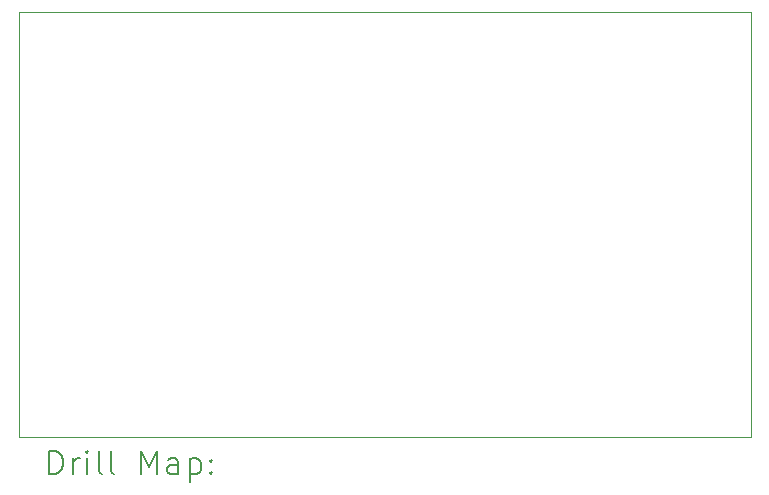
<source format=gbr>
%TF.GenerationSoftware,KiCad,Pcbnew,8.0.4*%
%TF.CreationDate,2024-10-03T18:09:18-05:00*%
%TF.ProjectId,Haptics PWM module,48617074-6963-4732-9050-574d206d6f64,rev?*%
%TF.SameCoordinates,Original*%
%TF.FileFunction,Drillmap*%
%TF.FilePolarity,Positive*%
%FSLAX45Y45*%
G04 Gerber Fmt 4.5, Leading zero omitted, Abs format (unit mm)*
G04 Created by KiCad (PCBNEW 8.0.4) date 2024-10-03 18:09:18*
%MOMM*%
%LPD*%
G01*
G04 APERTURE LIST*
%ADD10C,0.050000*%
%ADD11C,0.200000*%
G04 APERTURE END LIST*
D10*
X7000000Y-5300000D02*
X13200000Y-5300000D01*
X13200000Y-8900000D01*
X7000000Y-8900000D01*
X7000000Y-5300000D01*
D11*
X7258277Y-9213984D02*
X7258277Y-9013984D01*
X7258277Y-9013984D02*
X7305896Y-9013984D01*
X7305896Y-9013984D02*
X7334467Y-9023508D01*
X7334467Y-9023508D02*
X7353515Y-9042555D01*
X7353515Y-9042555D02*
X7363039Y-9061603D01*
X7363039Y-9061603D02*
X7372562Y-9099698D01*
X7372562Y-9099698D02*
X7372562Y-9128270D01*
X7372562Y-9128270D02*
X7363039Y-9166365D01*
X7363039Y-9166365D02*
X7353515Y-9185412D01*
X7353515Y-9185412D02*
X7334467Y-9204460D01*
X7334467Y-9204460D02*
X7305896Y-9213984D01*
X7305896Y-9213984D02*
X7258277Y-9213984D01*
X7458277Y-9213984D02*
X7458277Y-9080650D01*
X7458277Y-9118746D02*
X7467801Y-9099698D01*
X7467801Y-9099698D02*
X7477324Y-9090174D01*
X7477324Y-9090174D02*
X7496372Y-9080650D01*
X7496372Y-9080650D02*
X7515420Y-9080650D01*
X7582086Y-9213984D02*
X7582086Y-9080650D01*
X7582086Y-9013984D02*
X7572562Y-9023508D01*
X7572562Y-9023508D02*
X7582086Y-9033031D01*
X7582086Y-9033031D02*
X7591610Y-9023508D01*
X7591610Y-9023508D02*
X7582086Y-9013984D01*
X7582086Y-9013984D02*
X7582086Y-9033031D01*
X7705896Y-9213984D02*
X7686848Y-9204460D01*
X7686848Y-9204460D02*
X7677324Y-9185412D01*
X7677324Y-9185412D02*
X7677324Y-9013984D01*
X7810658Y-9213984D02*
X7791610Y-9204460D01*
X7791610Y-9204460D02*
X7782086Y-9185412D01*
X7782086Y-9185412D02*
X7782086Y-9013984D01*
X8039229Y-9213984D02*
X8039229Y-9013984D01*
X8039229Y-9013984D02*
X8105896Y-9156841D01*
X8105896Y-9156841D02*
X8172562Y-9013984D01*
X8172562Y-9013984D02*
X8172562Y-9213984D01*
X8353515Y-9213984D02*
X8353515Y-9109222D01*
X8353515Y-9109222D02*
X8343991Y-9090174D01*
X8343991Y-9090174D02*
X8324943Y-9080650D01*
X8324943Y-9080650D02*
X8286848Y-9080650D01*
X8286848Y-9080650D02*
X8267801Y-9090174D01*
X8353515Y-9204460D02*
X8334467Y-9213984D01*
X8334467Y-9213984D02*
X8286848Y-9213984D01*
X8286848Y-9213984D02*
X8267801Y-9204460D01*
X8267801Y-9204460D02*
X8258277Y-9185412D01*
X8258277Y-9185412D02*
X8258277Y-9166365D01*
X8258277Y-9166365D02*
X8267801Y-9147317D01*
X8267801Y-9147317D02*
X8286848Y-9137793D01*
X8286848Y-9137793D02*
X8334467Y-9137793D01*
X8334467Y-9137793D02*
X8353515Y-9128270D01*
X8448753Y-9080650D02*
X8448753Y-9280650D01*
X8448753Y-9090174D02*
X8467801Y-9080650D01*
X8467801Y-9080650D02*
X8505896Y-9080650D01*
X8505896Y-9080650D02*
X8524944Y-9090174D01*
X8524944Y-9090174D02*
X8534467Y-9099698D01*
X8534467Y-9099698D02*
X8543991Y-9118746D01*
X8543991Y-9118746D02*
X8543991Y-9175889D01*
X8543991Y-9175889D02*
X8534467Y-9194936D01*
X8534467Y-9194936D02*
X8524944Y-9204460D01*
X8524944Y-9204460D02*
X8505896Y-9213984D01*
X8505896Y-9213984D02*
X8467801Y-9213984D01*
X8467801Y-9213984D02*
X8448753Y-9204460D01*
X8629705Y-9194936D02*
X8639229Y-9204460D01*
X8639229Y-9204460D02*
X8629705Y-9213984D01*
X8629705Y-9213984D02*
X8620182Y-9204460D01*
X8620182Y-9204460D02*
X8629705Y-9194936D01*
X8629705Y-9194936D02*
X8629705Y-9213984D01*
X8629705Y-9090174D02*
X8639229Y-9099698D01*
X8639229Y-9099698D02*
X8629705Y-9109222D01*
X8629705Y-9109222D02*
X8620182Y-9099698D01*
X8620182Y-9099698D02*
X8629705Y-9090174D01*
X8629705Y-9090174D02*
X8629705Y-9109222D01*
M02*

</source>
